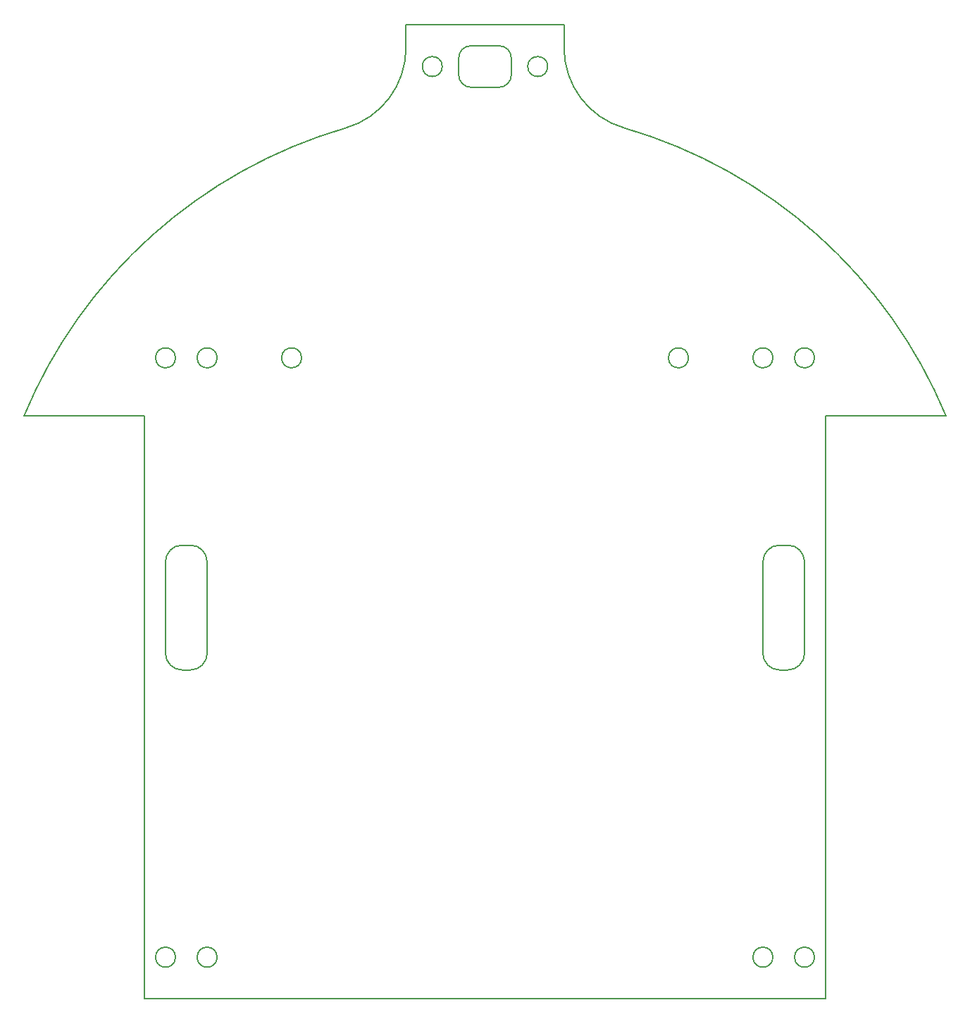
<source format=gbr>
%TF.GenerationSoftware,KiCad,Pcbnew,(5.1.10)-1*%
%TF.CreationDate,2022-02-04T19:35:20+09:00*%
%TF.ProjectId,Main,4d61696e-2e6b-4696-9361-645f70636258,rev?*%
%TF.SameCoordinates,Original*%
%TF.FileFunction,Profile,NP*%
%FSLAX46Y46*%
G04 Gerber Fmt 4.6, Leading zero omitted, Abs format (unit mm)*
G04 Created by KiCad (PCBNEW (5.1.10)-1) date 2022-02-04 19:35:20*
%MOMM*%
%LPD*%
G01*
G04 APERTURE LIST*
%TA.AperFunction,Profile*%
%ADD10C,0.200000*%
%TD*%
G04 APERTURE END LIST*
D10*
X24450000Y30000000D02*
G75*
G03*
X24450000Y30000000I-1200000J0D01*
G01*
X-22050000Y30000000D02*
G75*
G03*
X-22050000Y30000000I-1200000J0D01*
G01*
X-55416604Y23000000D02*
X-40900000Y23000000D01*
X39599999Y30000000D02*
G75*
G03*
X39599999Y30000000I-1200000J0D01*
G01*
X34600000Y-41999999D02*
G75*
G03*
X34600000Y-41999999I-1200000J0D01*
G01*
X39600000Y-41999999D02*
G75*
G03*
X39600000Y-41999999I-1200000J0D01*
G01*
X34599999Y30000000D02*
G75*
G03*
X34599999Y30000000I-1200000J0D01*
G01*
X-37200000Y-41999999D02*
G75*
G03*
X-37200000Y-41999999I-1200000J0D01*
G01*
X-32200000Y-41999999D02*
G75*
G03*
X-32200000Y-41999999I-1200000J0D01*
G01*
X-37199999Y30000000D02*
G75*
G03*
X-37199999Y30000000I-1200000J0D01*
G01*
X-32199999Y30000000D02*
G75*
G03*
X-32199999Y30000000I-1200000J0D01*
G01*
X7533333Y65000000D02*
G75*
G03*
X7533333Y65000000I-1200000J0D01*
G01*
X-5133333Y65000000D02*
G75*
G03*
X-5133333Y65000000I-1200000J0D01*
G01*
X40899999Y-47000000D02*
X40900000Y23000000D01*
X-40899999Y-47000000D02*
X40899999Y-47000000D01*
X-40900000Y23000000D02*
X-40899999Y-47000000D01*
X-55416603Y23000000D02*
G75*
G02*
X-16714285Y57624930I55416603J-23000000D01*
G01*
X-9499999Y67229085D02*
G75*
G02*
X-16714285Y57624930I-10000000J0D01*
G01*
X-9500000Y70000000D02*
X-9499999Y67229085D01*
X9500000Y70000000D02*
X-9500000Y70000000D01*
X9499999Y67229085D02*
X9500000Y70000000D01*
X16714285Y57624930D02*
G75*
G02*
X9499999Y67229085I2785714J9604155D01*
G01*
X16714286Y57624931D02*
G75*
G02*
X55416604Y23000000I-16714286J-57624931D01*
G01*
X40900000Y23000000D02*
X55416604Y23000000D01*
X-36399999Y-7499999D02*
G75*
G02*
X-38399999Y-5499999I0J2000000D01*
G01*
X-35399999Y-7499999D02*
X-36399999Y-7499999D01*
X-33399999Y-5499999D02*
G75*
G02*
X-35399999Y-7499999I-2000000J0D01*
G01*
X-33399999Y5500000D02*
X-33399999Y-5499999D01*
X-35399999Y7500000D02*
G75*
G02*
X-33399999Y5500000I0J-2000000D01*
G01*
X-36399999Y7500000D02*
X-35399999Y7500000D01*
X-38399999Y5500000D02*
G75*
G02*
X-36399999Y7500000I2000000J0D01*
G01*
X-38399999Y-5499999D02*
X-38399999Y5500000D01*
X36399999Y7500000D02*
G75*
G02*
X38399999Y5500000I0J-2000000D01*
G01*
X35399999Y7500000D02*
X36399999Y7500000D01*
X33399999Y5500000D02*
G75*
G02*
X35399999Y7500000I2000000J0D01*
G01*
X33399999Y-5499999D02*
X33399999Y5500000D01*
X35399999Y-7499999D02*
G75*
G02*
X33399999Y-5499999I0J2000000D01*
G01*
X36399999Y-7499999D02*
X35399999Y-7499999D01*
X38399999Y-5499999D02*
G75*
G02*
X36399999Y-7499999I-2000000J0D01*
G01*
X38399999Y5500000D02*
X38399999Y-5499999D01*
X1666666Y67499999D02*
G75*
G02*
X3166666Y65999999I0J-1500000D01*
G01*
X-1666666Y67500000D02*
X1666666Y67499999D01*
X-3166666Y66000000D02*
G75*
G02*
X-1666666Y67500000I1500000J0D01*
G01*
X-3166666Y64000000D02*
X-3166666Y66000000D01*
X-1666666Y62500000D02*
G75*
G02*
X-3166666Y64000000I0J1500000D01*
G01*
X1666666Y62500000D02*
X-1666666Y62500000D01*
X3166666Y64000000D02*
G75*
G02*
X1666666Y62500000I-1500000J0D01*
G01*
X3166666Y65999999D02*
X3166666Y64000000D01*
M02*

</source>
